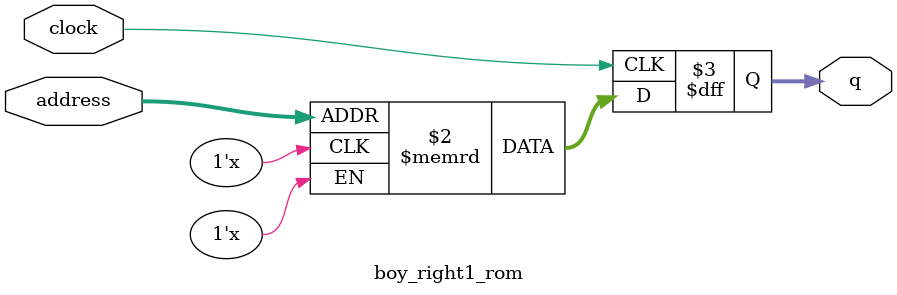
<source format=sv>
module boy_right1_rom (
	input logic clock,
	input logic [9:0] address,
	output logic [3:0] q
);

logic [3:0] memory [0:799] /* synthesis ram_init_file = "./boy_right1/boy_right1.COE" */;

always_ff @ (posedge clock) begin
	q <= memory[address];
end

endmodule

</source>
